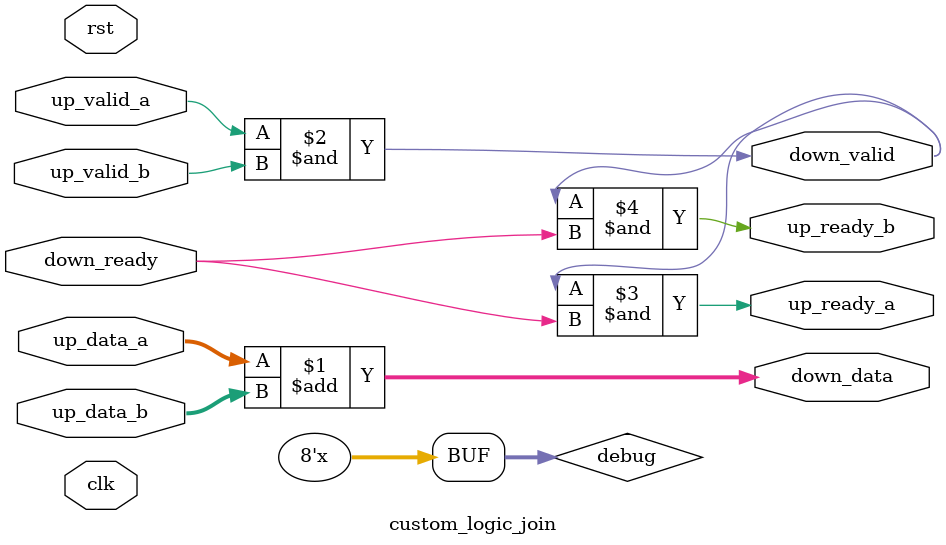
<source format=sv>
module custom_logic_join #(parameter D_WIDTH = 6)
(
input                   clk,
input                   rst,
input  [(D_WIDTH-1):0]  up_data_a,
input                   up_valid_a,
output                  up_ready_a,
input  [(D_WIDTH-1):0]  up_data_b,
input                   up_valid_b,
output                  up_ready_b,
output [(D_WIDTH-1):0]  down_data,
output                  down_valid,
input                   down_ready
);

//Connect signals to the debug vector for visualisation
wire [7:0] debug;


//REASSIGN DEBUG SIGNALS AS NEEDED
assign debug[7] = 1'bx;
assign debug[6] = 1'bx;
assign debug[5] = 1'bx;
assign debug[4] = 1'bx;
assign debug[3] = 1'bx;
assign debug[2] = 1'bx;
assign debug[1] = 1'bx;
assign debug[0] = 1'bx;


//BEGIN CUSTOM LOGIC BLOCK

assign down_data = up_data_a + up_data_b;
assign down_valid = up_valid_a & up_valid_b;
assign up_ready_a = down_valid & down_ready;
assign up_ready_b = down_valid & down_ready;

//END CUSTOM LOGIC BLOCK

endmodule

</source>
